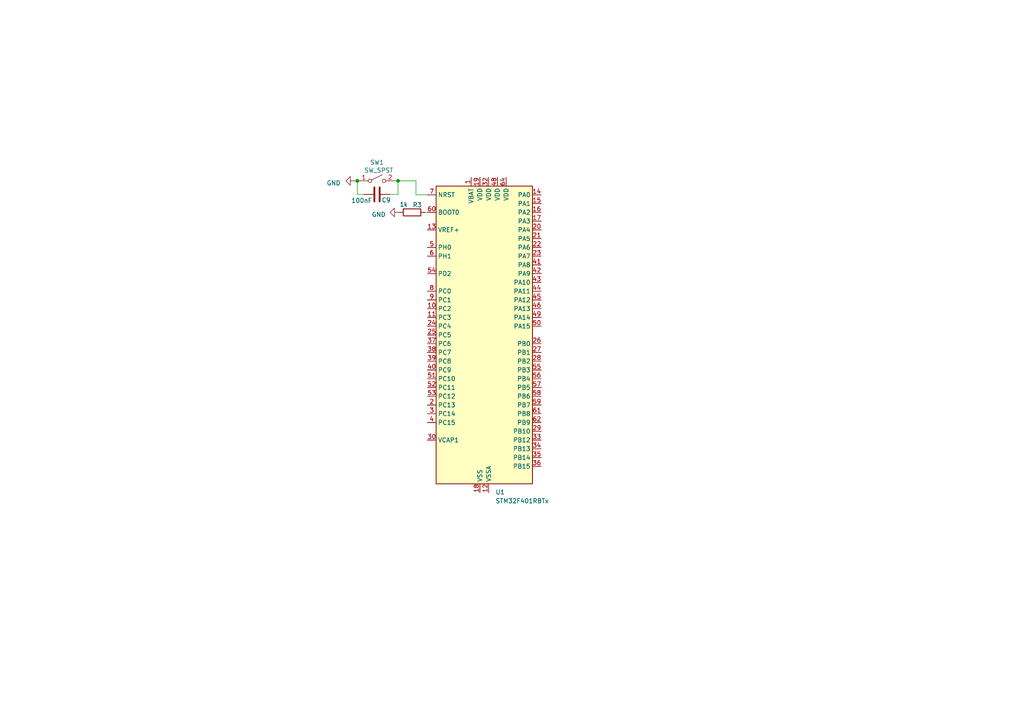
<source format=kicad_sch>
(kicad_sch (version 20230121) (generator eeschema)
  (paper "A4")
  (lib_symbols
    (symbol "Device:C" (pin_numbers hide) (pin_names (offset 0.254))
      (property "Reference" "C" (at 0.635 2.54 0))
      (property "Value" "C" (at 0.635 -2.54 0))
      (symbol "C_0_1"
        (polyline (pts (xy -2.032 -0.762) (xy 2.032 -0.762)) (stroke (width 0.508)))
        (polyline (pts (xy -2.032 0.762) (xy 2.032 0.762)) (stroke (width 0.508)))
      )
      (symbol "C_1_1"
        (pin passive line (at 0 3.81 270) (length 2.794) (name "~") (number "1"))
        (pin passive line (at 0 -3.81 90) (length 2.794) (name "~") (number "2"))
      )
    )
    (symbol "Device:R" (pin_numbers hide) (pin_names (offset 0))
      (property "Reference" "R" (at 2.032 0 90))
      (property "Value" "R" (at 0 0 90))
      (symbol "R_0_1"
        (rectangle (start -1.016 -2.54) (end 1.016 2.54) (stroke (width 0.254)))
      )
      (symbol "R_1_1"
        (pin passive line (at 0 3.81 270) (length 1.27) (name "~") (number "1"))
        (pin passive line (at 0 -3.81 90) (length 1.27) (name "~") (number "2"))
      )
    )
    (symbol "MCU_ST_STM32F4:STM32F401RBTx"
      (property "Reference" "U" (at -12.7 44.45 0))
      (property "Value" "STM32F401RBTx" (at 10.16 44.45 0))
      (symbol "STM32F401RBTx_0_1"
        (rectangle (start -12.7 -43.18) (end 15.24 43.18) (stroke (width 0.254)) (fill (type background)))
      )
      (symbol "STM32F401RBTx_1_1"
        (pin power_in line (at -2.54 45.72 270) (length 2.54) (name "VBAT") (number "1"))
        (pin bidirectional line (at -15.24 7.62 0) (length 2.54) (name "PC2") (number "10"))
        (pin bidirectional line (at -15.24 5.08 0) (length 2.54) (name "PC3") (number "11"))
        (pin power_in line (at 2.54 -45.72 90) (length 2.54) (name "VSSA") (number "12"))
        (pin input line (at -15.24 30.48 0) (length 2.54) (name "VREF+") (number "13"))
        (pin bidirectional line (at 17.78 40.64 180) (length 2.54) (name "PA0") (number "14"))
        (pin bidirectional line (at 17.78 38.1 180) (length 2.54) (name "PA1") (number "15"))
        (pin bidirectional line (at 17.78 35.56 180) (length 2.54) (name "PA2") (number "16"))
        (pin bidirectional line (at 17.78 33.02 180) (length 2.54) (name "PA3") (number "17"))
        (pin power_in line (at 0 -45.72 90) (length 2.54) (name "VSS") (number "18"))
        (pin power_in line (at 0 45.72 270) (length 2.54) (name "VDD") (number "19"))
        (pin bidirectional line (at -15.24 -20.32 0) (length 2.54) (name "PC13") (number "2"))
        (pin bidirectional line (at 17.78 30.48 180) (length 2.54) (name "PA4") (number "20"))
        (pin bidirectional line (at 17.78 27.94 180) (length 2.54) (name "PA5") (number "21"))
        (pin bidirectional line (at 17.78 25.4 180) (length 2.54) (name "PA6") (number "22"))
        (pin bidirectional line (at 17.78 22.86 180) (length 2.54) (name "PA7") (number "23"))
        (pin bidirectional line (at -15.24 2.54 0) (length 2.54) (name "PC4") (number "24"))
        (pin bidirectional line (at -15.24 0 0) (length 2.54) (name "PC5") (number "25"))
        (pin bidirectional line (at 17.78 -2.54 180) (length 2.54) (name "PB0") (number "26"))
        (pin bidirectional line (at 17.78 -5.08 180) (length 2.54) (name "PB1") (number "27"))
        (pin bidirectional line (at 17.78 -7.62 180) (length 2.54) (name "PB2") (number "28"))
        (pin bidirectional line (at 17.78 -27.94 180) (length 2.54) (name "PB10") (number "29"))
        (pin bidirectional line (at -15.24 -22.86 0) (length 2.54) (name "PC14") (number "3"))
        (pin power_out line (at -15.24 -30.48 0) (length 2.54) (name "VCAP1") (number "30"))
        (pin passive line (at 0 -45.72 90) (length 2.54) hide (name "VSS") (number "31"))
        (pin power_in line (at 2.54 45.72 270) (length 2.54) (name "VDD") (number "32"))
        (pin bidirectional line (at 17.78 -30.48 180) (length 2.54) (name "PB12") (number "33"))
        (pin bidirectional line (at 17.78 -33.02 180) (length 2.54) (name "PB13") (number "34"))
        (pin bidirectional line (at 17.78 -35.56 180) (length 2.54) (name "PB14") (number "35"))
        (pin bidirectional line (at 17.78 -38.1 180) (length 2.54) (name "PB15") (number "36"))
        (pin bidirectional line (at -15.24 -2.54 0) (length 2.54) (name "PC6") (number "37"))
        (pin bidirectional line (at -15.24 -5.08 0) (length 2.54) (name "PC7") (number "38"))
        (pin bidirectional line (at -15.24 -7.62 0) (length 2.54) (name "PC8") (number "39"))
        (pin bidirectional line (at -15.24 -25.4 0) (length 2.54) (name "PC15") (number "4"))
        (pin bidirectional line (at -15.24 -10.16 0) (length 2.54) (name "PC9") (number "40"))
        (pin bidirectional line (at 17.78 20.32 180) (length 2.54) (name "PA8") (number "41"))
        (pin bidirectional line (at 17.78 17.78 180) (length 2.54) (name "PA9") (number "42"))
        (pin bidirectional line (at 17.78 15.24 180) (length 2.54) (name "PA10") (number "43"))
        (pin bidirectional line (at 17.78 12.7 180) (length 2.54) (name "PA11") (number "44"))
        (pin bidirectional line (at 17.78 10.16 180) (length 2.54) (name "PA12") (number "45"))
        (pin bidirectional line (at 17.78 7.62 180) (length 2.54) (name "PA13") (number "46"))
        (pin passive line (at 0 -45.72 90) (length 2.54) hide (name "VSS") (number "47"))
        (pin power_in line (at 5.08 45.72 270) (length 2.54) (name "VDD") (number "48"))
        (pin bidirectional line (at 17.78 5.08 180) (length 2.54) (name "PA14") (number "49"))
        (pin bidirectional line (at -15.24 25.4 0) (length 2.54) (name "PH0") (number "5"))
        (pin bidirectional line (at 17.78 2.54 180) (length 2.54) (name "PA15") (number "50"))
        (pin bidirectional line (at -15.24 -12.7 0) (length 2.54) (name "PC10") (number "51"))
        (pin bidirectional line (at -15.24 -15.24 0) (length 2.54) (name "PC11") (number "52"))
        (pin bidirectional line (at -15.24 -17.78 0) (length 2.54) (name "PC12") (number "53"))
        (pin bidirectional line (at -15.24 17.78 0) (length 2.54) (name "PD2") (number "54"))
        (pin bidirectional line (at 17.78 -10.16 180) (length 2.54) (name "PB3") (number "55"))
        (pin bidirectional line (at 17.78 -12.7 180) (length 2.54) (name "PB4") (number "56"))
        (pin bidirectional line (at 17.78 -15.24 180) (length 2.54) (name "PB5") (number "57"))
        (pin bidirectional line (at 17.78 -17.78 180) (length 2.54) (name "PB6") (number "58"))
        (pin bidirectional line (at 17.78 -20.32 180) (length 2.54) (name "PB7") (number "59"))
        (pin bidirectional line (at -15.24 22.86 0) (length 2.54) (name "PH1") (number "6"))
        (pin input line (at -15.24 35.56 0) (length 2.54) (name "BOOT0") (number "60"))
        (pin bidirectional line (at 17.78 -22.86 180) (length 2.54) (name "PB8") (number "61"))
        (pin bidirectional line (at 17.78 -25.4 180) (length 2.54) (name "PB9") (number "62"))
        (pin passive line (at 0 -45.72 90) (length 2.54) hide (name "VSS") (number "63"))
        (pin power_in line (at 7.62 45.72 270) (length 2.54) (name "VDD") (number "64"))
        (pin input line (at -15.24 40.64 0) (length 2.54) (name "NRST") (number "7"))
        (pin bidirectional line (at -15.24 12.7 0) (length 2.54) (name "PC0") (number "8"))
        (pin bidirectional line (at -15.24 10.16 0) (length 2.54) (name "PC1") (number "9"))
      )
    )
    (symbol "Switch:SW_SPST" (pin_names (offset 0) hide)
      (property "Reference" "SW" (at 0 3.175 0))
      (property "Value" "SW_SPST" (at 0 -2.54 0))
      (symbol "SW_SPST_0_0"
        (circle (center -2.032 0) (radius 0.508))
        (polyline (pts (xy -1.524 0.254) (xy 1.524 1.778)))
        (circle (center 2.032 0) (radius 0.508))
      )
      (symbol "SW_SPST_1_1"
        (pin passive line (at -5.08 0 0) (length 2.54) (name "A") (number "1"))
        (pin passive line (at 5.08 0 180) (length 2.54) (name "B") (number "2"))
      )
    )
    (symbol "power:GND" (power) (pin_names (offset 0))
      (property "Value" "GND" (at 0 -3.81 0))
      (symbol "GND_0_1"
        (polyline (pts (xy 0 0) (xy 0 -1.27) (xy 1.27 -1.27) (xy 0 -2.54) (xy -1.27 -1.27) (xy 0 -1.27)))
      )
      (symbol "GND_1_1"
        (pin power_in line (at 0 0 270) (length 0) hide (name "GND") (number "1"))
      )
    )
  )
  (junction (at 103.632 52.451))
  (junction (at 115.443 52.451))
  (wire (pts (xy 102.87 52.451) (xy 103.632 52.451)))
  (wire (pts (xy 123.317 61.595) (xy 123.952 61.595)))
  (wire (pts (xy 114.427 52.451) (xy 115.443 52.451)))
  (wire (pts (xy 103.632 52.451) (xy 103.632 56.388)))
  (wire (pts (xy 103.632 52.451) (xy 104.267 52.451)))
  (wire (pts (xy 113.157 56.388) (xy 115.443 56.388)))
  (wire (pts (xy 105.537 56.388) (xy 103.632 56.388)))
  (wire (pts (xy 120.65 52.451) (xy 120.65 56.515)))
  (wire (pts (xy 115.443 56.388) (xy 115.443 52.451)))
  (wire (pts (xy 120.65 56.515) (xy 123.952 56.515)))
  (wire (pts (xy 115.443 52.451) (xy 120.65 52.451)))
  (symbol (lib_id "MCU_ST_STM32F4:STM32F401RBTx") (at 139.192 97.155 0) (unit 1)
    (property "Reference" "U1" (at 143.6879 142.748 0) (effects (justify left)))
    (property "Value" "STM32F401RBTx" (at 143.6879 145.288 0) (effects (justify left)))
    (property "Footprint" "Package_QFP:LQFP-64_10x10mm_P0.5mm" (effects hide))
    (property "Datasheet" "https://www.st.com/resource/en/datasheet/stm32f401rb.pdf" (effects hide))
  )
  (symbol (lib_id "Switch:SW_SPST") (at 109.347 52.451 0) (unit 1)
    (property "Reference" "SW1" (at 109.347 47.117 0))
    (property "Value" "SW_SPST" (at 109.855 49.403 0))
  )
  (symbol (lib_id "Device:R") (at 119.507 61.595 90) (unit 1)
    (property "Reference" "R3" (at 121.031 59.436 90))
    (property "Value" "1k" (at 117.094 59.309 90))
  )
  (symbol (lib_id "power:GND") (at 102.87 52.451 270) (unit 1)
    (property "Reference" "#PWR011" (effects hide))
    (property "Value" "GND" (at 98.806 53.086 90) (effects (justify right)))
  )
  (symbol (lib_id "Device:C") (at 109.347 56.388 90) (unit 1)
    (property "Reference" "C9" (at 112.014 58.039 90))
    (property "Value" "100nF" (at 104.902 58.166 90))
  )
  (symbol (lib_id "power:GND") (at 115.697 61.595 270) (unit 1)
    (property "Reference" "#PWR012" (effects hide))
    (property "Value" "GND" (at 111.887 62.23 90) (effects (justify right)))
  )
)
</source>
